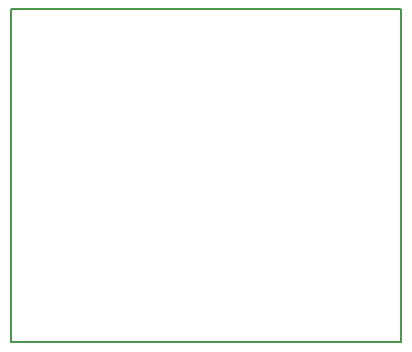
<source format=gbo>
G04 MADE WITH FRITZING*
G04 WWW.FRITZING.ORG*
G04 SINGLE SIDED*
G04 HOLES NOT PLATED*
G04 CONTOUR ON CENTER OF CONTOUR VECTOR*
%ASAXBY*%
%FSLAX23Y23*%
%MOIN*%
%OFA0B0*%
%SFA1.0B1.0*%
%ADD10R,1.309320X1.118640X1.293320X1.102640*%
%ADD11C,0.008000*%
%LNSILK0*%
G90*
G70*
G54D11*
X4Y1115D02*
X1305Y1115D01*
X1305Y4D01*
X4Y4D01*
X4Y1115D01*
D02*
G04 End of Silk0*
M02*
</source>
